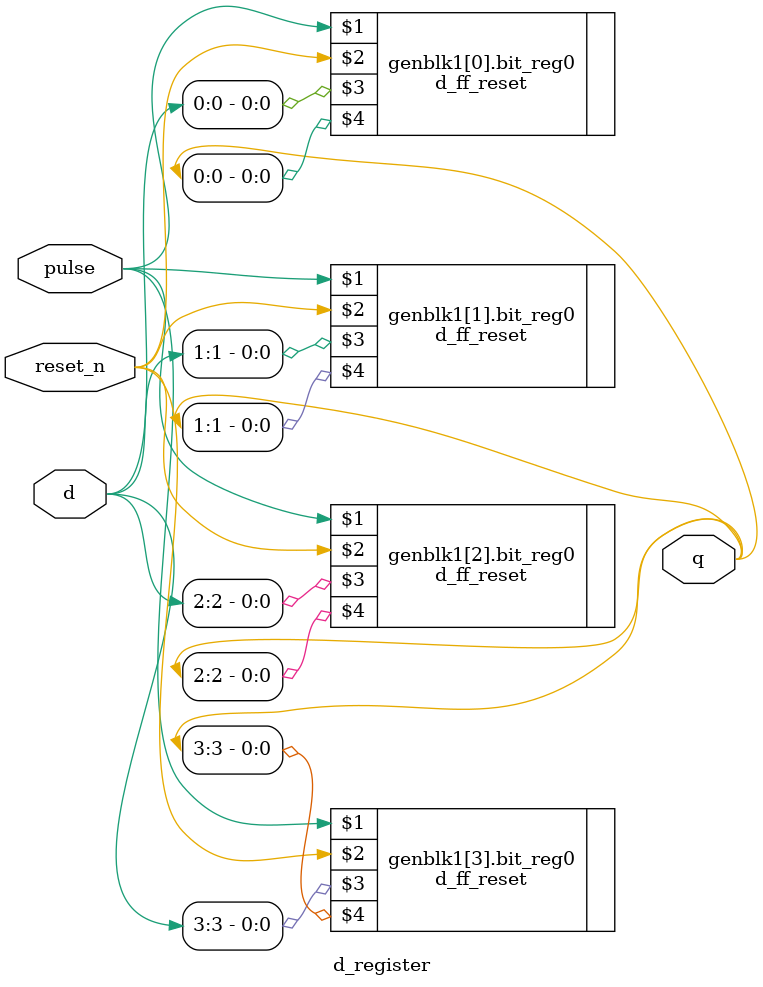
<source format=v>
module d_register #(
    parameter N = 4
) (
    input pulse, reset_n,
    input [N-1:0] d,
    output [N-1:0] q
);
    genvar i;
    generate
        for (i = 0; i < N ; i = i + 1) begin
            d_ff_reset bit_reg0 (pulse, reset_n, d[i], q[i]); 
        end
    endgenerate    
endmodule
</source>
